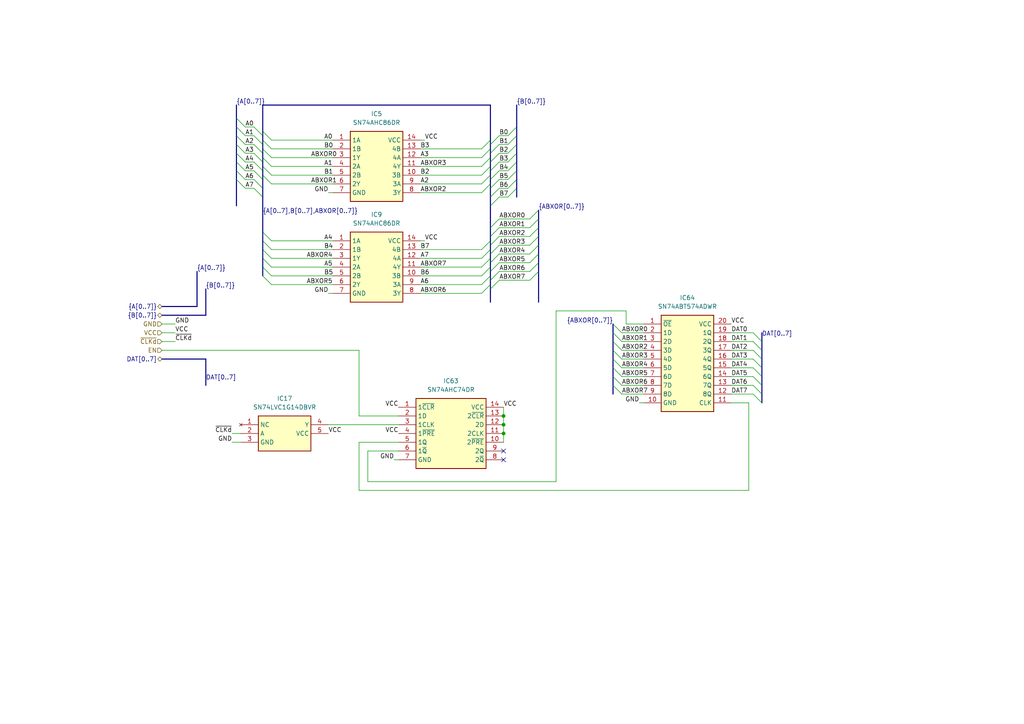
<source format=kicad_sch>
(kicad_sch (version 20250114) (generator "eeschema") (generator_version "9.0")
  (paper "A4")
  (lib_symbols
    (symbol "Samacsys:SN74ABT574ADWR"
      (property "Reference" "IC" (at 21.59 7.62 0))
      (property "Value" "SN74ABT574ADWR" (at 21.59 5.08 0))
      (symbol "SN74ABT574ADWR_1_1"
        (rectangle (start 5.08 2.54) (end 20.32 -25.4) (stroke (width 0.254)) (fill (type background)))
        (pin passive line (at 0 0 0) (length 5.08) (name "~{OE}") (number "1"))
        (pin passive line (at 0 -2.54 0) (length 5.08) (name "1D") (number "2"))
        (pin passive line (at 0 -5.08 0) (length 5.08) (name "2D") (number "3"))
        (pin passive line (at 0 -7.62 0) (length 5.08) (name "3D") (number "4"))
        (pin passive line (at 0 -10.16 0) (length 5.08) (name "4D") (number "5"))
        (pin passive line (at 0 -12.7 0) (length 5.08) (name "5D") (number "6"))
        (pin passive line (at 0 -15.24 0) (length 5.08) (name "6D") (number "7"))
        (pin passive line (at 0 -17.78 0) (length 5.08) (name "7D") (number "8"))
        (pin passive line (at 0 -20.32 0) (length 5.08) (name "8D") (number "9"))
        (pin passive line (at 0 -22.86 0) (length 5.08) (name "GND") (number "10"))
        (pin passive line (at 25.4 0 180) (length 5.08) (name "VCC") (number "20"))
        (pin passive line (at 25.4 -2.54 180) (length 5.08) (name "1Q") (number "19"))
        (pin passive line (at 25.4 -5.08 180) (length 5.08) (name "2Q") (number "18"))
        (pin passive line (at 25.4 -7.62 180) (length 5.08) (name "3Q") (number "17"))
        (pin passive line (at 25.4 -10.16 180) (length 5.08) (name "4Q") (number "16"))
        (pin passive line (at 25.4 -12.7 180) (length 5.08) (name "5Q") (number "15"))
        (pin passive line (at 25.4 -15.24 180) (length 5.08) (name "6Q") (number "14"))
        (pin passive line (at 25.4 -17.78 180) (length 5.08) (name "7Q") (number "13"))
        (pin passive line (at 25.4 -20.32 180) (length 5.08) (name "8Q") (number "12"))
        (pin passive line (at 25.4 -22.86 180) (length 5.08) (name "CLK") (number "11"))
      )
    )
    (symbol "Samacsys:SN74AHC74DR"
      (property "Reference" "IC" (at 26.67 7.62 0))
      (property "Value" "SN74AHC74DR" (at 26.67 5.08 0))
      (symbol "SN74AHC74DR_1_1"
        (rectangle (start 5.08 2.54) (end 25.4 -17.78) (stroke (width 0.254)) (fill (type background)))
        (pin passive line (at 0 0 0) (length 5.08) (name "1~{CLR}") (number "1"))
        (pin passive line (at 0 -2.54 0) (length 5.08) (name "1D") (number "2"))
        (pin passive line (at 0 -5.08 0) (length 5.08) (name "1CLK") (number "3"))
        (pin passive line (at 0 -7.62 0) (length 5.08) (name "1~{PRE}") (number "4"))
        (pin passive line (at 0 -10.16 0) (length 5.08) (name "1Q") (number "5"))
        (pin passive line (at 0 -12.7 0) (length 5.08) (name "1~{Q}") (number "6"))
        (pin passive line (at 0 -15.24 0) (length 5.08) (name "GND") (number "7"))
        (pin passive line (at 30.48 0 180) (length 5.08) (name "VCC") (number "14"))
        (pin passive line (at 30.48 -2.54 180) (length 5.08) (name "2~{CLR}") (number "13"))
        (pin passive line (at 30.48 -5.08 180) (length 5.08) (name "2D") (number "12"))
        (pin passive line (at 30.48 -7.62 180) (length 5.08) (name "2CLK") (number "11"))
        (pin passive line (at 30.48 -10.16 180) (length 5.08) (name "2~{PRE}") (number "10"))
        (pin passive line (at 30.48 -12.7 180) (length 5.08) (name "2Q") (number "9"))
        (pin passive line (at 30.48 -15.24 180) (length 5.08) (name "2~{Q}") (number "8"))
      )
    )
    (symbol "Samacsys:SN74AHC86DR"
      (property "Reference" "IC" (at 21.59 7.62 0))
      (property "Value" "SN74AHC86DR" (at 21.59 5.08 0))
      (symbol "SN74AHC86DR_1_1"
        (rectangle (start 5.08 2.54) (end 20.32 -17.78) (stroke (width 0.254)) (fill (type background)))
        (pin passive line (at 0 0 0) (length 5.08) (name "1A") (number "1"))
        (pin passive line (at 0 -2.54 0) (length 5.08) (name "1B") (number "2"))
        (pin passive line (at 0 -5.08 0) (length 5.08) (name "1Y") (number "3"))
        (pin passive line (at 0 -7.62 0) (length 5.08) (name "2A") (number "4"))
        (pin passive line (at 0 -10.16 0) (length 5.08) (name "2B") (number "5"))
        (pin passive line (at 0 -12.7 0) (length 5.08) (name "2Y") (number "6"))
        (pin passive line (at 0 -15.24 0) (length 5.08) (name "GND") (number "7"))
        (pin passive line (at 25.4 0 180) (length 5.08) (name "VCC") (number "14"))
        (pin passive line (at 25.4 -2.54 180) (length 5.08) (name "4B") (number "13"))
        (pin passive line (at 25.4 -5.08 180) (length 5.08) (name "4A") (number "12"))
        (pin passive line (at 25.4 -7.62 180) (length 5.08) (name "4Y") (number "11"))
        (pin passive line (at 25.4 -10.16 180) (length 5.08) (name "3B") (number "10"))
        (pin passive line (at 25.4 -12.7 180) (length 5.08) (name "3A") (number "9"))
        (pin passive line (at 25.4 -15.24 180) (length 5.08) (name "3Y") (number "8"))
      )
    )
    (symbol "Samacsys:SN74LVC1G14DBVR"
      (property "Reference" "IC" (at 21.59 7.62 0))
      (property "Value" "SN74LVC1G14DBVR" (at 21.59 5.08 0))
      (symbol "SN74LVC1G14DBVR_1_1"
        (rectangle (start 5.08 2.54) (end 20.32 -7.62) (stroke (width 0.254)) (fill (type background)))
        (pin no_connect line (at 0 0 0) (length 5.08) (name "NC") (number "1"))
        (pin passive line (at 0 -2.54 0) (length 5.08) (name "A") (number "2"))
        (pin passive line (at 0 -5.08 0) (length 5.08) (name "GND") (number "3"))
        (pin passive line (at 25.4 0 180) (length 5.08) (name "Y") (number "4"))
        (pin passive line (at 25.4 -2.54 180) (length 5.08) (name "VCC") (number "5"))
      )
    )
  )
  (junction (at 146.05 125.73))
  (junction (at 146.05 120.65))
  (junction (at 146.05 123.19))
  (no_connect (at 146.05 133.35))
  (no_connect (at 146.05 130.81))
  (bus_entry (at 142.24 76.2) (size 2.54 -2.54))
  (bus_entry (at 142.24 66.04) (size 2.54 -2.54))
  (bus_entry (at 142.24 72.39) (size -2.54 2.54))
  (bus_entry (at 218.44 111.76) (size 2.54 2.54))
  (bus_entry (at 142.24 82.55) (size -2.54 2.54))
  (bus_entry (at 142.24 48.26) (size -2.54 2.54))
  (bus_entry (at 177.8 106.68) (size 2.54 2.54))
  (bus_entry (at 153.67 66.04) (size 2.54 -2.54))
  (bus_entry (at 142.24 44.45) (size 2.54 -2.54))
  (bus_entry (at 147.32 41.91) (size 2.54 -2.54))
  (bus_entry (at 142.24 53.34) (size -2.54 2.54))
  (bus_entry (at 68.58 41.91) (size 2.54 2.54))
  (bus_entry (at 76.2 69.85) (size 2.54 2.54))
  (bus_entry (at 76.2 40.64) (size 2.54 2.54))
  (bus_entry (at 142.24 71.12) (size 2.54 -2.54))
  (bus_entry (at 153.67 71.12) (size 2.54 -2.54))
  (bus_entry (at 76.2 77.47) (size 2.54 2.54))
  (bus_entry (at 142.24 77.47) (size -2.54 2.54))
  (bus_entry (at 142.24 41.91) (size 2.54 -2.54))
  (bus_entry (at 142.24 74.93) (size -2.54 2.54))
  (bus_entry (at 177.8 111.76) (size 2.54 2.54))
  (bus_entry (at 76.2 45.72) (size 2.54 2.54))
  (bus_entry (at 142.24 83.82) (size 2.54 -2.54))
  (bus_entry (at 76.2 67.31) (size 2.54 2.54))
  (bus_entry (at 68.58 36.83) (size 2.54 2.54))
  (bus_entry (at 153.67 73.66) (size 2.54 -2.54))
  (bus_entry (at 73.66 52.07) (size 2.54 2.54))
  (bus_entry (at 220.98 101.6) (size -2.54 -2.54))
  (bus_entry (at 68.58 39.37) (size 2.54 2.54))
  (bus_entry (at 68.58 52.07) (size 2.54 2.54))
  (bus_entry (at 68.58 49.53) (size 2.54 2.54))
  (bus_entry (at 68.58 44.45) (size 2.54 2.54))
  (bus_entry (at 147.32 52.07) (size 2.54 -2.54))
  (bus_entry (at 147.32 46.99) (size 2.54 -2.54))
  (bus_entry (at 73.66 36.83) (size 2.54 2.54))
  (bus_entry (at 220.98 106.68) (size -2.54 -2.54))
  (bus_entry (at 147.32 49.53) (size 2.54 -2.54))
  (bus_entry (at 68.58 46.99) (size 2.54 2.54))
  (bus_entry (at 142.24 68.58) (size 2.54 -2.54))
  (bus_entry (at 177.8 104.14) (size 2.54 2.54))
  (bus_entry (at 180.34 101.6) (size -2.54 -2.54))
  (bus_entry (at 142.24 40.64) (size -2.54 2.54))
  (bus_entry (at 76.2 48.26) (size 2.54 2.54))
  (bus_entry (at 73.66 39.37) (size 2.54 2.54))
  (bus_entry (at 76.2 72.39) (size 2.54 2.54))
  (bus_entry (at 220.98 104.14) (size -2.54 -2.54))
  (bus_entry (at 76.2 50.8) (size 2.54 2.54))
  (bus_entry (at 76.2 74.93) (size 2.54 2.54))
  (bus_entry (at 218.44 106.68) (size 2.54 2.54))
  (bus_entry (at 76.2 80.01) (size 2.54 2.54))
  (bus_entry (at 142.24 73.66) (size 2.54 -2.54))
  (bus_entry (at 142.24 59.69) (size 2.54 -2.54))
  (bus_entry (at 73.66 54.61) (size 2.54 2.54))
  (bus_entry (at 147.32 57.15) (size 2.54 -2.54))
  (bus_entry (at 142.24 81.28) (size 2.54 -2.54))
  (bus_entry (at 147.32 39.37) (size 2.54 -2.54))
  (bus_entry (at 153.67 63.5) (size 2.54 -2.54))
  (bus_entry (at 142.24 49.53) (size 2.54 -2.54))
  (bus_entry (at 73.66 44.45) (size 2.54 2.54))
  (bus_entry (at 220.98 99.06) (size -2.54 -2.54))
  (bus_entry (at 142.24 54.61) (size 2.54 -2.54))
  (bus_entry (at 142.24 57.15) (size 2.54 -2.54))
  (bus_entry (at 153.67 76.2) (size 2.54 -2.54))
  (bus_entry (at 76.2 43.18) (size 2.54 2.54))
  (bus_entry (at 180.34 96.52) (size -2.54 -2.54))
  (bus_entry (at 142.24 43.18) (size -2.54 2.54))
  (bus_entry (at 142.24 46.99) (size 2.54 -2.54))
  (bus_entry (at 142.24 69.85) (size -2.54 2.54))
  (bus_entry (at 153.67 78.74) (size 2.54 -2.54))
  (bus_entry (at 73.66 49.53) (size 2.54 2.54))
  (bus_entry (at 142.24 50.8) (size -2.54 2.54))
  (bus_entry (at 180.34 104.14) (size -2.54 -2.54))
  (bus_entry (at 142.24 78.74) (size 2.54 -2.54))
  (bus_entry (at 142.24 80.01) (size -2.54 2.54))
  (bus_entry (at 142.24 45.72) (size -2.54 2.54))
  (bus_entry (at 218.44 114.3) (size 2.54 2.54))
  (bus_entry (at 180.34 99.06) (size -2.54 -2.54))
  (bus_entry (at 147.32 54.61) (size 2.54 -2.54))
  (bus_entry (at 76.2 38.1) (size 2.54 2.54))
  (bus_entry (at 177.8 109.22) (size 2.54 2.54))
  (bus_entry (at 73.66 46.99) (size 2.54 2.54))
  (bus_entry (at 153.67 68.58) (size 2.54 -2.54))
  (bus_entry (at 73.66 41.91) (size 2.54 2.54))
  (bus_entry (at 153.67 81.28) (size 2.54 -2.54))
  (bus_entry (at 218.44 109.22) (size 2.54 2.54))
  (bus_entry (at 142.24 52.07) (size 2.54 -2.54))
  (bus_entry (at 68.58 34.29) (size 2.54 2.54))
  (bus_entry (at 147.32 44.45) (size 2.54 -2.54))
  (wire (pts (xy 71.12 54.61) (xy 73.66 54.61)))
  (bus (pts (xy 68.58 30.48) (xy 68.58 34.29)))
  (wire (pts (xy 144.78 46.99) (xy 147.32 46.99)))
  (wire (pts (xy 46.99 93.98) (xy 50.8 93.98)))
  (bus (pts (xy 220.98 104.14) (xy 220.98 106.68)))
  (bus (pts (xy 149.86 46.99) (xy 149.86 49.53)))
  (bus (pts (xy 68.58 39.37) (xy 68.58 41.91)))
  (bus (pts (xy 59.69 104.14) (xy 59.69 111.76)))
  (wire (pts (xy 104.14 101.6) (xy 46.99 101.6)))
  (bus (pts (xy 142.24 43.18) (xy 142.24 44.45)))
  (wire (pts (xy 50.8 96.52) (xy 46.99 96.52)))
  (wire (pts (xy 186.69 101.6) (xy 180.34 101.6)))
  (bus (pts (xy 177.8 99.06) (xy 177.8 101.6)))
  (bus (pts (xy 46.99 88.9) (xy 57.15 88.9)))
  (bus (pts (xy 76.2 39.37) (xy 76.2 40.64)))
  (bus (pts (xy 156.21 73.66) (xy 156.21 76.2)))
  (bus (pts (xy 142.24 41.91) (xy 142.24 43.18)))
  (bus (pts (xy 142.24 74.93) (xy 142.24 76.2)))
  (bus (pts (xy 142.24 44.45) (xy 142.24 45.72)))
  (wire (pts (xy 95.25 55.88) (xy 96.52 55.88)))
  (bus (pts (xy 68.58 36.83) (xy 68.58 39.37)))
  (wire (pts (xy 186.69 106.68) (xy 180.34 106.68)))
  (bus (pts (xy 142.24 69.85) (xy 142.24 71.12)))
  (bus (pts (xy 142.24 77.47) (xy 142.24 78.74)))
  (wire (pts (xy 139.7 50.8) (xy 121.92 50.8)))
  (wire (pts (xy 123.19 40.64) (xy 121.92 40.64)))
  (wire (pts (xy 139.7 77.47) (xy 121.92 77.47)))
  (wire (pts (xy 144.78 49.53) (xy 147.32 49.53)))
  (wire (pts (xy 212.09 106.68) (xy 218.44 106.68)))
  (bus (pts (xy 76.2 48.26) (xy 76.2 49.53)))
  (wire (pts (xy 212.09 114.3) (xy 218.44 114.3)))
  (wire (pts (xy 144.78 71.12) (xy 153.67 71.12)))
  (bus (pts (xy 142.24 68.58) (xy 142.24 69.85)))
  (wire (pts (xy 78.74 45.72) (xy 96.52 45.72)))
  (wire (pts (xy 161.29 139.7) (xy 161.29 90.17)))
  (bus (pts (xy 142.24 73.66) (xy 142.24 74.93)))
  (bus (pts (xy 156.21 78.74) (xy 156.21 87.63)))
  (bus (pts (xy 76.2 45.72) (xy 76.2 46.99)))
  (wire (pts (xy 144.78 63.5) (xy 153.67 63.5)))
  (bus (pts (xy 220.98 99.06) (xy 220.98 101.6)))
  (bus (pts (xy 177.8 101.6) (xy 177.8 104.14)))
  (wire (pts (xy 78.74 80.01) (xy 96.52 80.01)))
  (wire (pts (xy 212.09 96.52) (xy 218.44 96.52)))
  (wire (pts (xy 78.74 53.34) (xy 96.52 53.34)))
  (bus (pts (xy 142.24 83.82) (xy 142.24 87.63)))
  (bus (pts (xy 76.2 52.07) (xy 76.2 54.61)))
  (bus (pts (xy 76.2 43.18) (xy 76.2 44.45)))
  (bus (pts (xy 59.69 83.82) (xy 59.69 91.44)))
  (bus (pts (xy 142.24 72.39) (xy 142.24 73.66)))
  (bus (pts (xy 177.8 96.52) (xy 177.8 99.06)))
  (wire (pts (xy 144.78 52.07) (xy 147.32 52.07)))
  (bus (pts (xy 142.24 76.2) (xy 142.24 77.47)))
  (bus (pts (xy 149.86 54.61) (xy 149.86 57.15)))
  (wire (pts (xy 115.57 128.27) (xy 104.14 128.27)))
  (bus (pts (xy 177.8 111.76) (xy 177.8 114.3)))
  (wire (pts (xy 139.7 80.01) (xy 121.92 80.01)))
  (wire (pts (xy 186.69 109.22) (xy 180.34 109.22)))
  (bus (pts (xy 177.8 104.14) (xy 177.8 106.68)))
  (wire (pts (xy 144.78 73.66) (xy 153.67 73.66)))
  (bus (pts (xy 142.24 30.48) (xy 76.2 30.48)))
  (wire (pts (xy 186.69 114.3) (xy 180.34 114.3)))
  (bus (pts (xy 142.24 49.53) (xy 142.24 50.8)))
  (bus (pts (xy 142.24 48.26) (xy 142.24 49.53)))
  (wire (pts (xy 50.8 99.06) (xy 46.99 99.06)))
  (wire (pts (xy 139.7 43.18) (xy 121.92 43.18)))
  (bus (pts (xy 76.2 46.99) (xy 76.2 48.26)))
  (wire (pts (xy 78.74 82.55) (xy 96.52 82.55)))
  (wire (pts (xy 78.74 74.93) (xy 96.52 74.93)))
  (wire (pts (xy 186.69 111.76) (xy 180.34 111.76)))
  (wire (pts (xy 146.05 125.73) (xy 146.05 128.27)))
  (bus (pts (xy 142.24 53.34) (xy 142.24 54.61)))
  (wire (pts (xy 186.69 99.06) (xy 180.34 99.06)))
  (bus (pts (xy 177.8 106.68) (xy 177.8 109.22)))
  (bus (pts (xy 68.58 52.07) (xy 68.58 59.69)))
  (wire (pts (xy 78.74 77.47) (xy 96.52 77.47)))
  (bus (pts (xy 149.86 49.53) (xy 149.86 52.07)))
  (bus (pts (xy 149.86 39.37) (xy 149.86 41.91)))
  (wire (pts (xy 161.29 90.17) (xy 181.61 90.17)))
  (wire (pts (xy 186.69 104.14) (xy 180.34 104.14)))
  (wire (pts (xy 115.57 130.81) (xy 106.68 130.81)))
  (wire (pts (xy 144.78 57.15) (xy 147.32 57.15)))
  (wire (pts (xy 71.12 49.53) (xy 73.66 49.53)))
  (wire (pts (xy 78.74 72.39) (xy 96.52 72.39)))
  (wire (pts (xy 67.31 128.27) (xy 69.85 128.27)))
  (wire (pts (xy 95.25 85.09) (xy 96.52 85.09)))
  (wire (pts (xy 104.14 142.24) (xy 217.17 142.24)))
  (wire (pts (xy 212.09 109.22) (xy 218.44 109.22)))
  (wire (pts (xy 217.17 116.84) (xy 212.09 116.84)))
  (wire (pts (xy 144.78 44.45) (xy 147.32 44.45)))
  (wire (pts (xy 139.7 55.88) (xy 121.92 55.88)))
  (wire (pts (xy 217.17 142.24) (xy 217.17 116.84)))
  (wire (pts (xy 104.14 120.65) (xy 115.57 120.65)))
  (bus (pts (xy 68.58 46.99) (xy 68.58 49.53)))
  (bus (pts (xy 76.2 54.61) (xy 76.2 57.15)))
  (bus (pts (xy 149.86 36.83) (xy 149.86 39.37)))
  (wire (pts (xy 139.7 82.55) (xy 121.92 82.55)))
  (wire (pts (xy 123.19 69.85) (xy 121.92 69.85)))
  (wire (pts (xy 146.05 120.65) (xy 146.05 123.19)))
  (bus (pts (xy 76.2 49.53) (xy 76.2 50.8)))
  (bus (pts (xy 76.2 72.39) (xy 76.2 74.93)))
  (bus (pts (xy 142.24 50.8) (xy 142.24 52.07)))
  (wire (pts (xy 212.09 101.6) (xy 218.44 101.6)))
  (bus (pts (xy 68.58 44.45) (xy 68.58 46.99)))
  (bus (pts (xy 46.99 104.14) (xy 59.69 104.14)))
  (bus (pts (xy 156.21 76.2) (xy 156.21 78.74)))
  (wire (pts (xy 144.78 76.2) (xy 153.67 76.2)))
  (bus (pts (xy 142.24 66.04) (xy 142.24 68.58)))
  (wire (pts (xy 71.12 36.83) (xy 73.66 36.83)))
  (wire (pts (xy 139.7 74.93) (xy 121.92 74.93)))
  (wire (pts (xy 104.14 101.6) (xy 104.14 120.65)))
  (bus (pts (xy 142.24 54.61) (xy 142.24 57.15)))
  (bus (pts (xy 59.69 91.44) (xy 46.99 91.44)))
  (wire (pts (xy 144.78 68.58) (xy 153.67 68.58)))
  (bus (pts (xy 220.98 101.6) (xy 220.98 104.14)))
  (wire (pts (xy 67.31 125.73) (xy 69.85 125.73)))
  (bus (pts (xy 142.24 80.01) (xy 142.24 81.28)))
  (bus (pts (xy 220.98 106.68) (xy 220.98 109.22)))
  (bus (pts (xy 142.24 30.48) (xy 142.24 40.64)))
  (wire (pts (xy 146.05 118.11) (xy 146.05 120.65)))
  (wire (pts (xy 144.78 39.37) (xy 147.32 39.37)))
  (bus (pts (xy 76.2 69.85) (xy 76.2 72.39)))
  (wire (pts (xy 181.61 93.98) (xy 186.69 93.98)))
  (bus (pts (xy 149.86 30.48) (xy 149.86 36.83)))
  (wire (pts (xy 212.09 99.06) (xy 218.44 99.06)))
  (wire (pts (xy 78.74 40.64) (xy 96.52 40.64)))
  (bus (pts (xy 76.2 50.8) (xy 76.2 52.07)))
  (bus (pts (xy 76.2 74.93) (xy 76.2 77.47)))
  (bus (pts (xy 76.2 40.64) (xy 76.2 41.91)))
  (wire (pts (xy 71.12 44.45) (xy 73.66 44.45)))
  (wire (pts (xy 181.61 90.17) (xy 181.61 93.98)))
  (wire (pts (xy 212.09 104.14) (xy 218.44 104.14)))
  (bus (pts (xy 142.24 57.15) (xy 142.24 59.69)))
  (bus (pts (xy 76.2 44.45) (xy 76.2 45.72)))
  (bus (pts (xy 156.21 63.5) (xy 156.21 66.04)))
  (bus (pts (xy 220.98 109.22) (xy 220.98 111.76)))
  (bus (pts (xy 68.58 41.91) (xy 68.58 44.45)))
  (wire (pts (xy 139.7 53.34) (xy 121.92 53.34)))
  (bus (pts (xy 142.24 52.07) (xy 142.24 53.34)))
  (wire (pts (xy 146.05 123.19) (xy 146.05 125.73)))
  (bus (pts (xy 142.24 45.72) (xy 142.24 46.99)))
  (bus (pts (xy 149.86 44.45) (xy 149.86 46.99)))
  (wire (pts (xy 185.42 116.84) (xy 186.69 116.84)))
  (bus (pts (xy 142.24 46.99) (xy 142.24 48.26)))
  (bus (pts (xy 220.98 114.3) (xy 220.98 116.84)))
  (wire (pts (xy 114.3 133.35) (xy 115.57 133.35)))
  (wire (pts (xy 78.74 43.18) (xy 96.52 43.18)))
  (bus (pts (xy 142.24 71.12) (xy 142.24 72.39)))
  (bus (pts (xy 76.2 38.1) (xy 76.2 39.37)))
  (bus (pts (xy 177.8 93.98) (xy 177.8 96.52)))
  (wire (pts (xy 139.7 48.26) (xy 121.92 48.26)))
  (bus (pts (xy 76.2 30.48) (xy 76.2 38.1)))
  (wire (pts (xy 144.78 41.91) (xy 147.32 41.91)))
  (bus (pts (xy 220.98 96.52) (xy 220.98 99.06)))
  (bus (pts (xy 156.21 66.04) (xy 156.21 68.58)))
  (bus (pts (xy 142.24 59.69) (xy 142.24 66.04)))
  (wire (pts (xy 212.09 111.76) (xy 218.44 111.76)))
  (bus (pts (xy 76.2 67.31) (xy 76.2 69.85)))
  (wire (pts (xy 144.78 54.61) (xy 147.32 54.61)))
  (bus (pts (xy 76.2 41.91) (xy 76.2 43.18)))
  (bus (pts (xy 220.98 111.76) (xy 220.98 114.3)))
  (wire (pts (xy 144.78 81.28) (xy 153.67 81.28)))
  (wire (pts (xy 71.12 41.91) (xy 73.66 41.91)))
  (wire (pts (xy 71.12 46.99) (xy 73.66 46.99)))
  (bus (pts (xy 142.24 81.28) (xy 142.24 82.55)))
  (bus (pts (xy 57.15 88.9) (xy 57.15 78.74)))
  (wire (pts (xy 139.7 85.09) (xy 121.92 85.09)))
  (wire (pts (xy 71.12 39.37) (xy 73.66 39.37)))
  (bus (pts (xy 68.58 34.29) (xy 68.58 36.83)))
  (bus (pts (xy 156.21 60.96) (xy 156.21 63.5)))
  (wire (pts (xy 78.74 48.26) (xy 96.52 48.26)))
  (wire (pts (xy 71.12 52.07) (xy 73.66 52.07)))
  (bus (pts (xy 76.2 77.47) (xy 76.2 80.01)))
  (bus (pts (xy 142.24 78.74) (xy 142.24 80.01)))
  (bus (pts (xy 149.86 52.07) (xy 149.86 54.61)))
  (wire (pts (xy 139.7 45.72) (xy 121.92 45.72)))
  (wire (pts (xy 144.78 78.74) (xy 153.67 78.74)))
  (wire (pts (xy 139.7 72.39) (xy 121.92 72.39)))
  (wire (pts (xy 78.74 69.85) (xy 96.52 69.85)))
  (bus (pts (xy 68.58 49.53) (xy 68.58 52.07)))
  (bus (pts (xy 76.2 57.15) (xy 76.2 67.31)))
  (bus (pts (xy 142.24 82.55) (xy 142.24 83.82)))
  (wire (pts (xy 106.68 130.81) (xy 106.68 139.7)))
  (wire (pts (xy 186.69 96.52) (xy 180.34 96.52)))
  (wire (pts (xy 78.74 50.8) (xy 96.52 50.8)))
  (wire (pts (xy 106.68 139.7) (xy 161.29 139.7)))
  (wire (pts (xy 104.14 128.27) (xy 104.14 142.24)))
  (bus (pts (xy 142.24 40.64) (xy 142.24 41.91)))
  (bus (pts (xy 156.21 68.58) (xy 156.21 71.12)))
  (bus (pts (xy 177.8 109.22) (xy 177.8 111.76)))
  (wire (pts (xy 95.25 123.19) (xy 115.57 123.19)))
  (bus (pts (xy 156.21 71.12) (xy 156.21 73.66)))
  (wire (pts (xy 144.78 66.04) (xy 153.67 66.04)))
  (bus (pts (xy 149.86 41.91) (xy 149.86 44.45)))
  (label "A1" (at 71.12 39.37 0))
  (label "B4" (at 144.78 49.53 0))
  (label "B0" (at 144.78 39.37 0))
  (label "A2" (at 71.12 41.91 0))
  (label "B2" (at 121.92 50.8 0))
  (label "ABXOR0" (at 90.17 45.72 0))
  (label "GND" (at 185.42 116.84 180))
  (label "B0" (at 93.98 43.18 0))
  (label "A0" (at 93.98 40.64 0))
  (label "B2" (at 144.78 44.45 0))
  (label "DAT4" (at 212.09 106.68 0))
  (label "ABXOR3" (at 144.78 71.12 0))
  (label "GND" (at 67.31 128.27 180))
  (label "A4" (at 93.98 69.85 0))
  (label "ABXOR6" (at 180.34 111.76 0))
  (label "~{CLKd}" (at 67.31 125.73 180))
  (label "DAT[0..7]" (at 59.69 110.49 0))
  (label "A4" (at 71.12 46.99 0))
  (label "GND" (at 114.3 133.35 180))
  (label "B6" (at 121.92 80.01 0))
  (label "ABXOR4" (at 180.34 106.68 0))
  (label "VCC" (at 95.25 125.73 0))
  (label "A6" (at 121.92 82.55 0))
  (label "VCC" (at 115.57 125.73 180))
  (label "A6" (at 71.12 52.07 0))
  (label "ABXOR4" (at 88.9 74.93 0))
  (label "{ABXOR[0..7]}" (at 177.8 93.98 180))
  (label "A7" (at 121.92 74.93 0))
  (label "VCC" (at 212.09 93.98 0))
  (label "DAT0" (at 212.09 96.52 0))
  (label "{B[0..7]}" (at 149.86 30.48 0))
  (label "DAT1" (at 212.09 99.06 0))
  (label "ABXOR1" (at 90.17 53.34 0))
  (label "DAT5" (at 212.09 109.22 0))
  (label "ABXOR7" (at 121.92 77.47 0))
  (label "A3" (at 71.12 44.45 0))
  (label "B3" (at 121.92 43.18 0))
  (label "ABXOR0" (at 144.78 63.5 0))
  (label "ABXOR3" (at 121.92 48.26 0))
  (label "ABXOR4" (at 144.78 73.66 0))
  (label "ABXOR5" (at 144.78 76.2 0))
  (label "A0" (at 71.12 36.83 0))
  (label "ABXOR5" (at 180.34 109.22 0))
  (label "DAT3" (at 212.09 104.14 0))
  (label "{A[0..7]}" (at 68.58 30.48 0))
  (label "GND" (at 95.25 55.88 180))
  (label "{A[0..7]}" (at 57.15 78.74 0))
  (label "~{CLKd}" (at 50.8 99.06 0))
  (label "ABXOR0" (at 180.34 96.52 0))
  (label "B5" (at 144.78 52.07 0))
  (label "B5" (at 93.98 80.01 0))
  (label "ABXOR1" (at 144.78 66.04 0))
  (label "ABXOR2" (at 180.34 101.6 0))
  (label "B7" (at 121.92 72.39 0))
  (label "VCC" (at 146.05 118.11 0))
  (label "ABXOR7" (at 180.34 114.3 0))
  (label "VCC" (at 115.57 118.11 180))
  (label "B4" (at 93.98 72.39 0))
  (label "B6" (at 144.78 54.61 0))
  (label "DAT6" (at 212.09 111.76 0))
  (label "DAT7" (at 212.09 114.3 0))
  (label "GND" (at 95.25 85.09 180))
  (label "{A[0..7],B[0..7],ABXOR[0..7]}" (at 76.2 62.23 0))
  (label "ABXOR2" (at 121.92 55.88 0))
  (label "VCC" (at 123.19 69.85 0))
  (label "GND" (at 50.8 93.98 0))
  (label "A7" (at 71.12 54.61 0))
  (label "ABXOR3" (at 180.34 104.14 0))
  (label "VCC" (at 123.19 40.64 0))
  (label "ABXOR1" (at 180.34 99.06 0))
  (label "A3" (at 121.92 45.72 0))
  (label "A5" (at 71.12 49.53 0))
  (label "B7" (at 144.78 57.15 0))
  (label "ABXOR2" (at 144.78 68.58 0))
  (label "A2" (at 121.92 53.34 0))
  (label "ABXOR6" (at 121.92 85.09 0))
  (label "{B[0..7]}" (at 59.69 83.82 0))
  (label "ABXOR7" (at 144.78 81.28 0))
  (label "DAT2" (at 212.09 101.6 0))
  (label "B3" (at 144.78 46.99 0))
  (label "VCC" (at 50.8 96.52 0))
  (label "B1" (at 144.78 41.91 0))
  (label "A1" (at 93.98 48.26 0))
  (label "A5" (at 93.98 77.47 0))
  (label "ABXOR6" (at 144.78 78.74 0))
  (label "B1" (at 93.98 50.8 0))
  (label "ABXOR5" (at 88.9 82.55 0))
  (label "{ABXOR[0..7]}" (at 156.21 60.96 0))
  (label "DAT[0..7]" (at 220.98 97.79 0))
  (hierarchical_label "~{CLKd}" (shape input) (at 46.99 99.06 180))
  (hierarchical_label "{B[0..7]}" (shape tri_state) (at 46.99 91.44 180))
  (hierarchical_label "GND" (shape input) (at 46.99 93.98 180))
  (hierarchical_label "VCC" (shape input) (at 46.99 96.52 180))
  (hierarchical_label "EN" (shape input) (at 46.99 101.6 180))
  (hierarchical_label "{A[0..7]}" (shape tri_state) (at 46.99 88.9 180))
  (hierarchical_label "DAT[0..7]" (shape tri_state) (at 46.99 104.14 180))
  (symbol (lib_id "Samacsys:SN74AHC86DR") (at 96.52 40.64 0) (unit 1)
    (property "Reference" "IC5" (at 109.22 33.02 0))
    (property "Value" "SN74AHC86DR" (at 109.22 35.56 0))
    (property "Footprint" "Samacsys:SOIC127P600X175-14N" (effects (hide yes)))
    (property "Datasheet" "http://www.ti.com/lit/gpn/sn74ahc86" (effects (hide yes)))
    (property "Description" "Quadruple 2-Input Exclusive-OR Gates" (effects (hide yes)))
    (property "Height" "1.75" (effects (hide yes)))
    (property "Mouser Part Number" "595-SN74AHC86DR" (effects (hide yes)))
    (property "Mouser Price/Stock" "https://www.mouser.co.uk/ProductDetail/Texas-Instruments/SN74AHC86DR?qs=D5pVkbrsqqK0yvWJ8LFETg%3D%3D" (effects (hide yes)))
    (property "Manufacturer_Name" "Texas Instruments" (effects (hide yes)))
    (property "Manufacturer_Part_Number" "SN74AHC86DR" (effects (hide yes)))
  )
  (symbol (lib_id "Samacsys:SN74AHC74DR") (at 115.57 118.11 0) (unit 1)
    (property "Reference" "IC63" (at 130.81 110.49 0))
    (property "Value" "SN74AHC74DR" (at 130.81 113.03 0))
    (property "Footprint" "Samacsys:SOIC127P600X175-14N" (effects (hide yes)))
    (property "Datasheet" "http://www.ti.com/lit/gpn/sn74ahc74" (effects (hide yes)))
    (property "Description" "Dual Positive-Edge-Triggered D-Type Flip-Flops With Clear and Preset" (effects (hide yes)))
    (property "Height" "1.75" (effects (hide yes)))
    (property "Mouser Part Number" "595-SN74AHC74DR" (effects (hide yes)))
    (property "Mouser Price/Stock" "https://www.mouser.co.uk/ProductDetail/Texas-Instruments/SN74AHC74DR?qs=st7IWvlL5%2FgP9OJq63EsFQ%3D%3D" (effects (hide yes)))
    (property "Manufacturer_Name" "Texas Instruments" (effects (hide yes)))
    (property "Manufacturer_Part_Number" "SN74AHC74DR" (effects (hide yes)))
  )
  (symbol (lib_id "Samacsys:SN74ABT574ADWR") (at 186.69 93.98 0) (unit 1)
    (property "Reference" "IC64" (at 199.39 86.36 0))
    (property "Value" "SN74ABT574ADWR" (at 199.39 88.9 0))
    (property "Footprint" "Samacsys:SOIC127P1030X265-20N" (effects (hide yes)))
    (property "Datasheet" "http://www.ti.com/lit/gpn/sn74abt574a" (effects (hide yes)))
    (property "Description" "Texas Instruments SN74ABT574ADWR, D Type Bus Interface Flip Flop, 3-State, 4.5  5.5 V, 20-Pin SOIC" (effects (hide yes)))
    (property "Height" "2.65" (effects (hide yes)))
    (property "Mouser Part Number" "595-SN74ABT574ADWR" (effects (hide yes)))
    (property "Mouser Price/Stock" "https://www.mouser.co.uk/ProductDetail/Texas-Instruments/SN74ABT574ADWR?qs=nMmhAzRCgdCWNOUsuPi1DA%3D%3D" (effects (hide yes)))
    (property "Manufacturer_Name" "Texas Instruments" (effects (hide yes)))
    (property "Manufacturer_Part_Number" "SN74ABT574ADWR" (effects (hide yes)))
  )
  (symbol (lib_id "Samacsys:SN74LVC1G14DBVR") (at 69.85 123.19 0) (unit 1)
    (property "Reference" "IC17" (at 82.55 115.57 0))
    (property "Value" "SN74LVC1G14DBVR" (at 82.55 118.11 0))
    (property "Footprint" "Samacsys:SOT95P280X145-5N" (effects (hide yes)))
    (property "Datasheet" "https://datasheet.datasheetarchive.com/originals/distributors/Datasheets-DGA13/1136296.pdf" (effects (hide yes)))
    (property "Description" "TEXAS INSTRUMENTS - SN74LVC1G14DBVR - IC, SCHMITT TRIGGER INVERTER, SMD" (effects (hide yes)))
    (property "Height" "1.45" (effects (hide yes)))
    (property "Mouser Part Number" "595-SN74LVC1G14DBVR" (effects (hide yes)))
    (property "Mouser Price/Stock" "https://www.mouser.co.uk/ProductDetail/Texas-Instruments/SN74LVC1G14DBVR?qs=dT9u2OTAaVWRIgCrQFnxuQ%3D%3D" (effects (hide yes)))
    (property "Manufacturer_Name" "Texas Instruments" (effects (hide yes)))
    (property "Manufacturer_Part_Number" "SN74LVC1G14DBVR" (effects (hide yes)))
  )
  (symbol (lib_id "Samacsys:SN74AHC86DR") (at 96.52 69.85 0) (unit 1)
    (property "Reference" "IC9" (at 109.22 62.23 0))
    (property "Value" "SN74AHC86DR" (at 109.22 64.77 0))
    (property "Footprint" "Samacsys:SOIC127P600X175-14N" (effects (hide yes)))
    (property "Datasheet" "http://www.ti.com/lit/gpn/sn74ahc86" (effects (hide yes)))
    (property "Description" "Quadruple 2-Input Exclusive-OR Gates" (effects (hide yes)))
    (property "Height" "1.75" (effects (hide yes)))
    (property "Mouser Part Number" "595-SN74AHC86DR" (effects (hide yes)))
    (property "Mouser Price/Stock" "https://www.mouser.co.uk/ProductDetail/Texas-Instruments/SN74AHC86DR?qs=D5pVkbrsqqK0yvWJ8LFETg%3D%3D" (effects (hide yes)))
    (property "Manufacturer_Name" "Texas Instruments" (effects (hide yes)))
    (property "Manufacturer_Part_Number" "SN74AHC86DR" (effects (hide yes)))
  )
)
</source>
